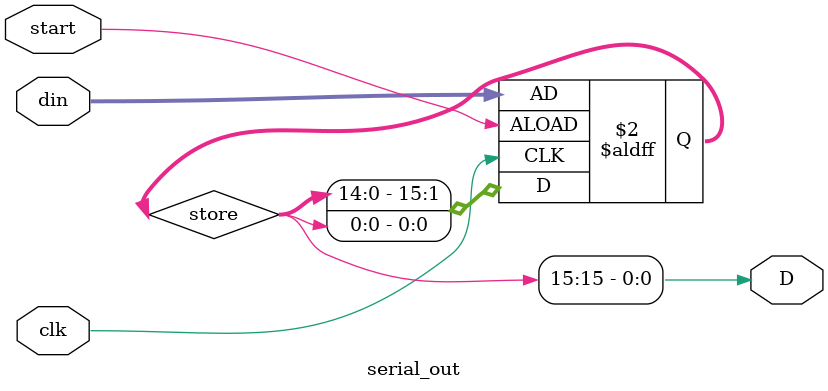
<source format=v>
module serial_out(din,start,clk,D);
	input start,clk;
	input [15:0] din;
	reg [15:0] store;
	output wire D;
		
	always @(posedge clk or posedge start)
		begin
			if(start)
				store = din;
			else
				begin
				store[15] = store[14];
				store[14] = store[13];
				store[13] = store[12];
				store[12] = store[11];
				store[11] = store[10];
				store[10] = store[9];
				store[9] = store[8];
				store[8] = store[7];
				store[7] = store[6];
				store[6] = store[5];
				store[5] = store[4];
				store[4] = store[3];
				store[3] = store[2];
				store[2] = store[1];
				store[1] = store[0];
				
			end
		end

	assign D = store[15];
	
	
endmodule	
</source>
